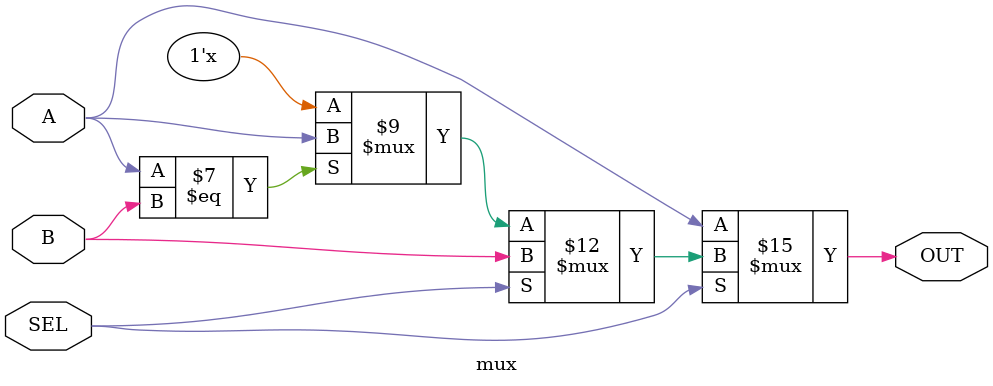
<source format=sv>
/*******************************************************************
*** ECE526L Experiment #10             Joshua Rothe, Spring 2017 ***
*** Scalable 2:1 Multiplexer                                     ***
********************************************************************
*** Filename: mux.sv          Created by Joshua Rothe, 28 Feb 17 ***
*** --- Rev: 0.1 - Initial release (JR) 2/28/17                  ***
*** --- 0.2 - Minor fixes per lab report (JR) 4/27/17            ***
*** --- 0.3 - Adjusted for RISC-Y (JR) 5/8/17                    ***
********************************************************************
*** This module creates a scalable 2:1 MUX.                      ***
********************************************************************/

`timescale 1 ns / 1 ns // timescale and precision 1ns

module mux(A, B, SEL, OUT);

// Parameter, line 19
    parameter MUX_SIZE = 1;                 // Default size if not scaled in testbench

// Port declarations
    output reg [MUX_SIZE-1:0] OUT;          // Size - 1 is because n bits go from [n-1:0]
    input [MUX_SIZE-1:0] A, B;
    input SEL;

// Code below, line 27
always @(SEL or A or B) begin
    for(int i = 0; i < MUX_SIZE; i++) begin // For each bit in the input
        if (SEL == 0) OUT[i] <= A[i];       // if Sel = 0 for A
        else begin // then move bit of A to output
            if(SEL == 1) OUT[i] <= B[i];    // or, if Sel = 1 for B...
            else begin                      // for Sel = X, Z etc
                if(A[i] == B[i]) OUT[i] <= A[i]; // for Sel = X or Z,
                // if both A and B for the bit are the same, SEL doesn't matter
                else OUT[i] <= 1'bx;        // but if A =/ B, then that bit = x output
            end
        end
    end
end
endmodule

</source>
